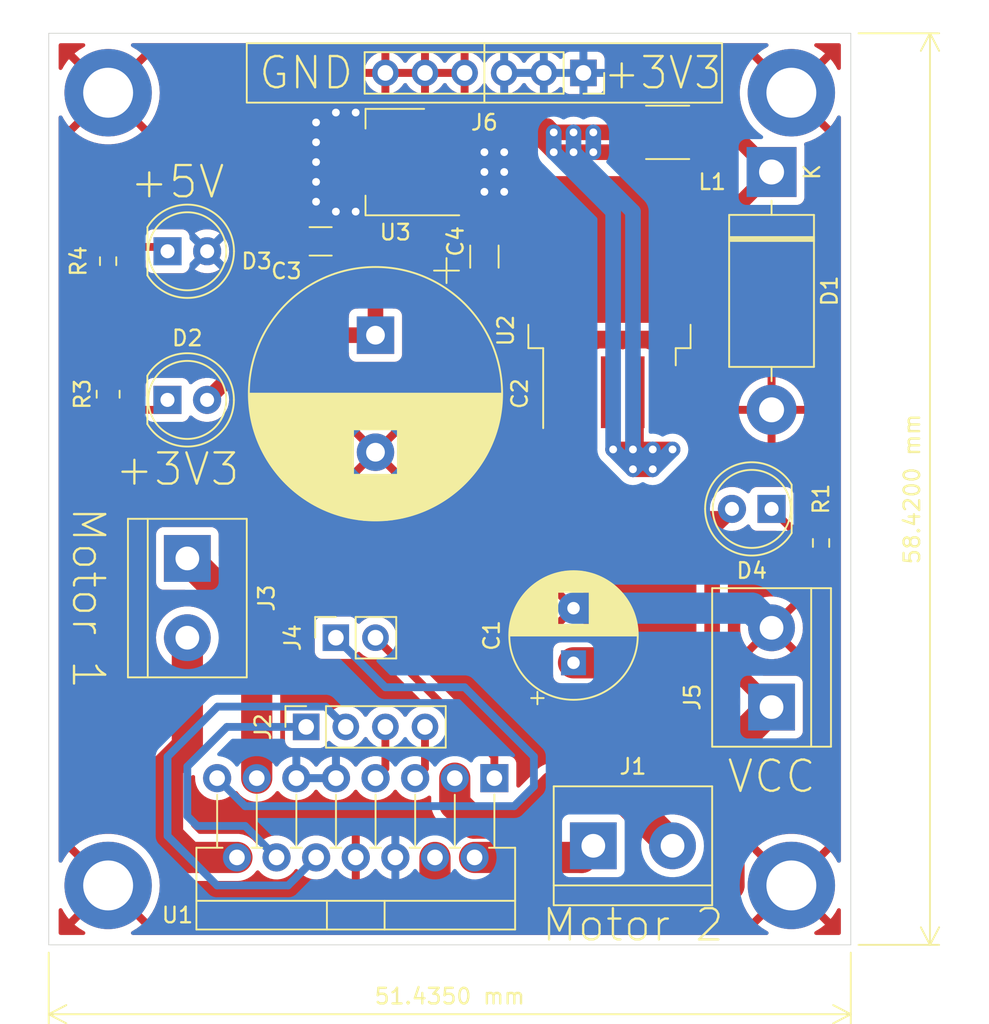
<source format=kicad_pcb>
(kicad_pcb (version 20211014) (generator pcbnew)
  (layers (0 "F.Cu" signal) (31 "B.Cu" signal) (34 "B.Paste" user) (35 "F.Paste" user) (36 "B.SilkS" user "B.Silkscreen") (37 "F.SilkS" user "F.Silkscreen") (38 "B.Mask" user) (39 "F.Mask" user) (44 "Edge.Cuts" user))
  (net 0 "")
  (net 1 "VCC")
  (net 2 "GND")
  (net 3 "+5F")
  (net 4 "+3V3")
  (net 5 "Net-(D1-Pad1)")
  (net 6 "Net-(D2-Pad1)")
  (net 7 "Net-(D3-Pad1)")
  (net 8 "Net-(D4-Pad1)")
  (net 9 "Net-(J1-Pad1)")
  (net 10 "Net-(J1-Pad2)")
  (net 11 "Net-(J2-Pad1)")
  (net 12 "Net-(J2-Pad2)")
  (net 13 "Net-(J2-Pad3)")
  (net 14 "Net-(J2-Pad4)")
  (net 15 "Net-(J3-Pad1)")
  (net 16 "Net-(J3-Pad2)")
  (net 17 "Net-(J4-Pad1)")
  (net 18 "Net-(J4-Pad2)")
  (footprint "Connector_PinSocket_2.54mm:PinSocket_1x02_P2.54mm_Vertical" (layer "F.Cu") (at 217.17 65.405 90)
    (fp_text reference "J4" (at 0 -2.77 90) (layer "F.SilkS"))
    (fp_text value "Conn_01x02")
    (pad "1" thru_hole rect (at 0 0 90) (size 1.7 1.7) (drill 1) (layers *.Cu *.Mask) (net 17 "Net-(J4-Pad1)"))
    (pad "2" thru_hole oval (at 0 2.54 90) (size 1.7 1.7) (drill 1) (layers *.Cu *.Mask) (net 18 "Net-(J4-Pad2)"))
  )
  (footprint "Capacitor_THT:CP_Radial_D8.0mm_P3.50mm" (layer "F.Cu") (at 232.41 67.012755 90)
    (fp_text reference "C1" (at 1.75 -5.25 90) (layer "F.SilkS"))
    (fp_text value "100u")
    (pad "1" thru_hole rect (at 0 0 90) (size 1.6 1.6) (drill 0.8) (layers *.Cu *.Mask) (net 1 "VCC"))
    (pad "2" thru_hole circle (at 3.5 0 90) (size 1.6 1.6) (drill 0.8) (layers *.Cu *.Mask) (net 2 "GND"))
  )
  (footprint "Resistor_SMD:R_0603_1608Metric_Pad0.98x0.95mm_HandSolder" (layer "F.Cu") (at 248.285 59.3325 -90)
    (fp_text reference "R1" (at -2.8175 0 -270) (layer "F.SilkS"))
    (fp_text value "100k")
    (pad "1" smd roundrect (at -0.9125 0 270) (size 0.975 0.95) (layers "F.Cu" "F.Paste" "F.Mask") (net 8 "Net-(D4-Pad1)"))
    (pad "2" smd roundrect (at 0.9125 0 270) (size 0.975 0.95) (layers "F.Cu" "F.Paste" "F.Mask") (net 2 "GND"))
  )
  (footprint "Capacitor_THT:CP_Radial_D16.0mm_P7.50mm" (layer "F.Cu") (at 219.71 46.017246 -90)
    (fp_text reference "C2" (at 3.75 -9.25 90) (layer "F.SilkS"))
    (fp_text value "1000u")
    (pad "1" thru_hole rect (at 0 0 270) (size 2.4 2.4) (drill 1.2) (layers *.Cu *.Mask) (net 3 "+5F"))
    (pad "2" thru_hole circle (at 7.5 0 270) (size 2.4 2.4) (drill 1.2) (layers *.Cu *.Mask) (net 2 "GND"))
  )
  (footprint "LED_THT:LED_D5.0mm" (layer "F.Cu") (at 245.11 57.15 180)
    (fp_text reference "D4" (at 1.27 -3.96) (layer "F.SilkS"))
    (fp_text value "LED")
    (pad "1" thru_hole rect (at 0 0 180) (size 1.8 1.8) (drill 0.9) (layers *.Cu *.Mask) (net 8 "Net-(D4-Pad1)"))
    (pad "2" thru_hole circle (at 2.54 0 180) (size 1.8 1.8) (drill 0.9) (layers *.Cu *.Mask) (net 1 "VCC"))
  )
  (footprint "MountingHole:MountingHole_3.2mm_M3_DIN965_Pad_TopBottom" (layer "F.Cu") (at 246.38 30.48)
    (fp_text reference "H3" hide)
    (fp_text value "MountingHole_Pad")
    (pad "1" thru_hole circle (at 0 0) (size 3.6 3.6) (drill 3.2) (layers *.Cu *.Mask) (net 2 "GND"))
    (pad "1" connect circle (at 0 0) (size 5.6 5.6) (layers "B.Cu" "B.Mask") (net 2 "GND"))
    (pad "1" connect circle (at 0 0) (size 5.6 5.6) (layers "F.Cu" "F.Mask") (net 2 "GND"))
  )
  (footprint "Connector_PinSocket_2.54mm:PinSocket_1x06_P2.54mm_Vertical" (layer "F.Cu") (at 233.045 29.21 -90)
    (fp_text reference "J6" (at 3.175 6.35 180) (layer "F.SilkS"))
    (fp_text value "Conn_01x06")
    (pad "1" thru_hole rect (at 0 0 270) (size 1.7 1.7) (drill 1) (layers *.Cu *.Mask) (net 4 "+3V3"))
    (pad "2" thru_hole oval (at 0 2.54 270) (size 1.7 1.7) (drill 1) (layers *.Cu *.Mask) (net 4 "+3V3"))
    (pad "3" thru_hole oval (at 0 5.08 270) (size 1.7 1.7) (drill 1) (layers *.Cu *.Mask) (net 4 "+3V3"))
    (pad "4" thru_hole oval (at 0 7.62 270) (size 1.7 1.7) (drill 1) (layers *.Cu *.Mask) (net 2 "GND"))
    (pad "5" thru_hole oval (at 0 10.16 270) (size 1.7 1.7) (drill 1) (layers *.Cu *.Mask) (net 2 "GND"))
    (pad "6" thru_hole oval (at 0 12.7 270) (size 1.7 1.7) (drill 1) (layers *.Cu *.Mask) (net 2 "GND"))
  )
  (footprint "TerminalBlock:TerminalBlock_bornier-2_P5.08mm" (layer "F.Cu") (at 207.645 60.325 -90)
    (fp_text reference "J3" (at 2.54 -5.08 -270) (layer "F.SilkS"))
    (fp_text value "Screw_Terminal_01x02")
    (pad "1" thru_hole rect (at 0 0 270) (size 3 3) (drill 1.52) (layers *.Cu *.Mask) (net 15 "Net-(J3-Pad1)"))
    (pad "2" thru_hole circle (at 5.08 0 270) (size 3 3) (drill 1.52) (layers *.Cu *.Mask) (net 16 "Net-(J3-Pad2)"))
  )
  (footprint "MountingHole:MountingHole_3.2mm_M3_DIN965_Pad_TopBottom" (layer "F.Cu") (at 246.38 81.28)
    (fp_text reference "H1" hide)
    (fp_text value "MountingHole_Pad")
    (pad "1" connect circle (at 0 0) (size 5.6 5.6) (layers "F.Cu" "F.Mask") (net 2 "GND"))
    (pad "1" connect circle (at 0 0) (size 5.6 5.6) (layers "B.Cu" "B.Mask") (net 2 "GND"))
    (pad "1" thru_hole circle (at 0 0) (size 3.6 3.6) (drill 3.2) (layers *.Cu *.Mask) (net 2 "GND"))
  )
  (footprint "Resistor_SMD:R_0805_2012Metric_Pad1.20x1.40mm_HandSolder" (layer "F.Cu") (at 202.565 49.8 90)
    (fp_text reference "R3" (at 0 -1.65 90) (layer "F.SilkS"))
    (fp_text value "100k")
    (pad "1" smd roundrect (at -1 0 90) (size 1.2 1.4) (layers "F.Cu" "F.Paste" "F.Mask") (roundrect_rratio 0.2083333333) (net 6 "Net-(D2-Pad1)"))
    (pad "2" smd roundrect (at 1 0 90) (size 1.2 1.4) (layers "F.Cu" "F.Paste" "F.Mask") (roundrect_rratio 0.2083333333) (net 2 "GND"))
  )
  (footprint "LED_THT:LED_D5.0mm" (layer "F.Cu") (at 206.375 40.64)
    (fp_text reference "D3" (at 5.715 0.635) (layer "F.SilkS"))
    (fp_text value "LED")
    (pad "1" thru_hole rect (at 0 0) (size 1.8 1.8) (drill 0.9) (layers *.Cu *.Mask) (net 7 "Net-(D3-Pad1)"))
    (pad "2" thru_hole circle (at 2.54 0) (size 1.8 1.8) (drill 0.9) (layers *.Cu *.Mask) (net 4 "+3V3"))
  )
  (footprint "TerminalBlock:TerminalBlock_bornier-2_P5.08mm" (layer "F.Cu") (at 233.68 78.74)
    (fp_text reference "J1" (at 2.54 -5.08) (layer "F.SilkS"))
    (fp_text value "Screw_Terminal_01x02")
    (pad "1" thru_hole rect (at 0 0) (size 3 3) (drill 1.52) (layers *.Cu *.Mask) (net 9 "Net-(J1-Pad1)"))
    (pad "2" thru_hole circle (at 5.08 0) (size 3 3) (drill 1.52) (layers *.Cu *.Mask) (net 10 "Net-(J1-Pad2)"))
  )
  (footprint "Connector_PinSocket_2.54mm:PinSocket_1x04_P2.54mm_Vertical" (layer "F.Cu") (at 215.265 71.12 90)
    (fp_text reference "J2" (at 0 -2.77 90) (layer "F.SilkS"))
    (fp_text value "Conn_01x04")
    (pad "1" thru_hole rect (at 0 0 90) (size 1.7 1.7) (drill 1) (layers *.Cu *.Mask) (net 11 "Net-(J2-Pad1)"))
    (pad "2" thru_hole oval (at 0 2.54 90) (size 1.7 1.7) (drill 1) (layers *.Cu *.Mask) (net 12 "Net-(J2-Pad2)"))
    (pad "3" thru_hole oval (at 0 5.08 90) (size 1.7 1.7) (drill 1) (layers *.Cu *.Mask) (net 13 "Net-(J2-Pad3)"))
    (pad "4" thru_hole oval (at 0 7.62 90) (size 1.7 1.7) (drill 1) (layers *.Cu *.Mask) (net 14 "Net-(J2-Pad4)"))
  )
  (footprint "Package_TO_SOT_THT:TO-220-15_P2.54x2.54mm_StaggerOdd_Lead4.58mm_Vertical" (layer "F.Cu") (at 227.335 74.405 180)
    (fp_text reference "U1" (at 20.325 -8.78) (layer "F.SilkS"))
    (fp_text value "L298HN")
    (pad "1" thru_hole rect (at 0 0 180) (size 1.8 1.8) (drill 1) (layers *.Cu *.Mask) (net 18 "Net-(J4-Pad2)"))
    (pad "2" thru_hole oval (at 1.27 -5.08 180) (size 1.8 1.8) (drill 1) (layers *.Cu *.Mask) (net 9 "Net-(J1-Pad1)"))
    (pad "3" thru_hole oval (at 2.54 0 180) (size 1.8 1.8) (drill 1) (layers *.Cu *.Mask) (net 10 "Net-(J1-Pad2)"))
    (pad "4" thru_hole oval (at 3.81 -5.08 180) (size 1.8 1.8) (drill 1) (layers *.Cu *.Mask) (net 1 "VCC"))
    (pad "5" thru_hole oval (at 5.08 0 180) (size 1.8 1.8) (drill 1) (layers *.Cu *.Mask) (net 14 "Net-(J2-Pad4)"))
    (pad "6" thru_hole oval (at 6.35 -5.08 180) (size 1.8 1.8) (drill 1) (layers *.Cu *.Mask) (net 4 "+3V3"))
    (pad "7" thru_hole oval (at 7.62 0 180) (size 1.8 1.8) (drill 1) (layers *.Cu *.Mask) (net 13 "Net-(J2-Pad3)"))
    (pad "8" thru_hole oval (at 8.89 -5.08 180) (size 1.8 1.8) (drill 1) (layers *.Cu *.Mask) (net 2 "GND"))
    (pad "9" thru_hole oval (at 10.16 0 180) (size 1.8 1.8) (drill 1) (layers *.Cu *.Mask) (net 4 "+3V3"))
    (pad "10" thru_hole oval (at 11.43 -5.08 180) (size 1.8 1.8) (drill 1) (layers *.Cu *.Mask) (net 12 "Net-(J2-Pad2)"))
    (pad "11" thru_hole oval (at 12.7 0 180) (size 1.8 1.8) (drill 1) (layers *.Cu *.Mask) (net 4 "+3V3"))
    (pad "12" thru_hole oval (at 13.97 -5.08 180) (size 1.8 1.8) (drill 1) (layers *.Cu *.Mask) (net 11 "Net-(J2-Pad1)"))
    (pad "13" thru_hole oval (at 15.24 0 180) (size 1.8 1.8) (drill 1) (layers *.Cu *.Mask) (net 15 "Net-(J3-Pad1)"))
    (pad "14" thru_hole oval (at 16.51 -5.08 180) (size 1.8 1.8) (drill 1) (layers *.Cu *.Mask) (net 16 "Net-(J3-Pad2)"))
    (pad "15" thru_hole oval (at 17.78 0 180) (size 1.8 1.8) (drill 1) (layers *.Cu *.Mask) (net 17 "Net-(J4-Pad1)"))
  )
  (footprint "Diode_THT:D_DO-201AD_P15.24mm_Horizontal" (layer "F.Cu") (at 245.11 35.56 -90)
    (fp_text reference "D1" (at 7.62 -3.72 90) (layer "F.SilkS"))
    (fp_text value "1N5822")
    (fp_text user "K" (at 0 -2.6 90) (layer "F.SilkS"))
    (pad "1" thru_hole rect (at 0 0 270) (size 3.2 3.2) (drill 1.6) (layers *.Cu *.Mask) (net 5 "Net-(D1-Pad1)"))
    (pad "2" thru_hole oval (at 15.24 0 270) (size 3.2 3.2) (drill 1.6) (layers *.Cu *.Mask) (net 2 "GND"))
  )
  (footprint "Package_TO_SOT_SMD:SOT-223-3_TabPin2" (layer "F.Cu") (at 220.98 34.925 180)
    (fp_text reference "U3" (at 0 -4.5) (layer "F.SilkS"))
    (fp_text value "NCP1117-3.3_SOT223")
    (pad "1" smd rect (at -3.15 -2.3 180) (size 2 1.5) (layers "F.Cu" "F.Paste" "F.Mask") (net 2 "GND"))
    (pad "2" smd rect (at 3.15 0 180) (size 2 3.8) (layers "F.Cu" "F.Paste" "F.Mask") (net 4 "+3V3"))
    (pad "2" smd rect (at -3.15 0 180) (size 2 1.5) (layers "F.Cu" "F.Paste" "F.Mask") (net 4 "+3V3"))
    (pad "3" smd rect (at -3.15 2.3 180) (size 2 1.5) (layers "F.Cu" "F.Paste" "F.Mask") (net 3 "+5F"))
  )
  (footprint "Package_TO_SOT_SMD:TO-263-5_TabPin3" (layer "F.Cu") (at 234.715 43.9 90)
    (fp_text reference "U2" (at -1.82 -6.65 90) (layer "F.SilkS"))
    (fp_text value "LM2576HVS-5")
    (pad "1" smd rect (at -5.775 -3.4 90) (size 4.6 1.1) (layers "F.Cu" "F.Paste" "F.Mask") (net 1 "VCC"))
    (pad "2" smd rect (at -5.775 -1.7 90) (size 4.6 1.1) (layers "F.Cu" "F.Paste" "F.Mask") (net 5 "Net-(D1-Pad1)"))
    (pad "3" smd rect (at 3.375 0 90) (size 9.4 10.8) (layers "F.Cu" "F.Mask") (net 2 "GND"))
    (pad "3" smd rect (at -5.775 0 90) (size 4.6 1.1) (layers "F.Cu" "F.Paste" "F.Mask") (net 2 "GND"))
    (pad "4" smd rect (at -5.775 1.7 90) (size 4.6 1.1) (layers "F.Cu" "F.Paste" "F.Mask") (net 3 "+5F"))
    (pad "5" smd rect (at -5.775 3.4 90) (size 4.6 1.1) (layers "F.Cu" "F.Paste" "F.Mask") (net 2 "GND"))
  )
  (footprint "MountingHole:MountingHole_3.2mm_M3_DIN965_Pad_TopBottom" (layer "F.Cu") (at 202.565 81.28)
    (fp_text reference "H4" hide)
    (fp_text value "MountingHole_Pad")
    (pad "1" connect circle (at 0 0) (size 5.6 5.6) (layers "B.Cu" "B.Mask") (net 2 "GND"))
    (pad "1" thru_hole circle (at 0 0) (size 3.6 3.6) (drill 3.2) (layers *.Cu *.Mask) (net 2 "GND"))
    (pad "1" connect circle (at 0 0) (size 5.6 5.6) (layers "F.Cu" "F.Mask") (net 2 "GND"))
  )
  (footprint "MountingHole:MountingHole_3.2mm_M3_DIN965_Pad_TopBottom" (layer "F.Cu") (at 202.565 30.48)
    (fp_text reference "H2" hide)
    (fp_text value "MountingHole_Pad")
    (pad "1" thru_hole circle (at 0 0) (size 3.6 3.6) (drill 3.2) (layers *.Cu *.Mask) (net 2 "GND"))
    (pad "1" connect circle (at 0 0) (size 5.6 5.6) (layers "F.Cu" "F.Mask") (net 2 "GND"))
    (pad "1" connect circle (at 0 0) (size 5.6 5.6) (layers "B.Cu" "B.Mask") (net 2 "GND"))
  )
  (footprint "TerminalBlock:TerminalBlock_bornier-2_P5.08mm" (layer "F.Cu") (at 245.11 69.85 90)
    (fp_text reference "J5" (at 0.635 -5.08 90) (layer "F.SilkS"))
    (fp_text value "Screw_Terminal_01x02")
    (pad "1" thru_hole rect (at 0 0 90) (size 3 3) (drill 1.52) (layers *.Cu *.Mask) (net 1 "VCC"))
    (pad "2" thru_hole circle (at 5.08 0 90) (size 3 3) (drill 1.52) (layers *.Cu *.Mask) (net 2 "GND"))
  )
  (footprint "Inductor_SMD:L_1812_4532Metric_Pad1.30x3.40mm_HandSolder" (layer "F.Cu") (at 238.445 33.02 180)
    (fp_text reference "L1" (at -2.855 -3.175) (layer "F.SilkS"))
    (fp_text value "100u")
    (pad "1" smd roundrect (at -2.225 0 180) (size 1.3 3.4) (layers "F.Cu" "F.Paste" "F.Mask") (roundrect_rratio 0.1923076923) (net 5 "Net-(D1-Pad1)"))
    (pad "2" smd roundrect (at 2.225 0 180) (size 1.3 3.4) (layers "F.Cu" "F.Paste" "F.Mask") (roundrect_rratio 0.1923076923) (net 3 "+5F"))
  )
  (footprint "Capacitor_SMD:C_1206_3216Metric_Pad1.33x1.80mm_HandSolder" (layer "F.Cu") (at 216.1925 40.005 180)
    (fp_text reference "C3" (at 2.1975 -1.905) (layer "F.SilkS"))
    (fp_text value "10u")
    (pad "1" smd roundrect (at -1.5625 0 180) (size 1.325 1.8) (layers "F.Cu" "F.Paste" "F.Mask") (roundrect_rratio 0.1886792453) (net 4 "+3V3"))
    (pad "2" smd roundrect (at 1.5625 0 180) (size 1.325 1.8) (layers "F.Cu" "F.Paste" "F.Mask") (roundrect_rratio 0.1886792453) (net 2 "GND"))
  )
  (footprint "Capacitor_SMD:C_1206_3216Metric_Pad1.33x1.80mm_HandSolder" (layer "F.Cu") (at 226.695 40.9825 90)
    (fp_text reference "C4" (at 0.9775 -1.85 90) (layer "F.SilkS"))
    (fp_text value "10u")
    (pad "1" smd roundrect (at -1.5625 0 90) (size 1.325 1.8) (layers "F.Cu" "F.Paste" "F.Mask") (roundrect_rratio 0.1886792453) (net 3 "+5F"))
    (pad "2" smd roundrect (at 1.5625 0 90) (size 1.325 1.8) (layers "F.Cu" "F.Paste" "F.Mask") (roundrect_rratio 0.1886792453) (net 2 "GND"))
  )
  (footprint "Resistor_SMD:R_0603_1608Metric_Pad0.98x0.95mm_HandSolder" (layer "F.Cu") (at 202.565 41.275 -90)
    (fp_text reference "R4" (at 0 1.905 90) (layer "F.SilkS"))
    (fp_text value "200k")
    (pad "1" smd roundrect (at -0.9125 0 270) (size 0.975 0.95) (layers "F.Cu" "F.Paste" "F.Mask") (net 7 "Net-(D3-Pad1)"))
    (pad "2" smd roundrect (at 0.9125 0 270) (size 0.975 0.95) (layers "F.Cu" "F.Paste" "F.Mask") (net 2 "GND"))
  )
  (footprint "LED_THT:LED_D5.0mm" (layer "F.Cu") (at 206.37 50.165)
    (fp_text reference "D2" (at 1.27 -3.96) (layer "F.SilkS"))
    (fp_text value "LED")
    (pad "1" thru_hole rect (at 0 0) (size 1.8 1.8) (drill 0.9) (layers *.Cu *.Mask) (net 6 "Net-(D2-Pad1)"))
    (pad "2" thru_hole circle (at 2.54 0) (size 1.8 1.8) (drill 0.9) (layers *.Cu *.Mask) (net 3 "+5F"))
  )
  (gr_rect (start 211.455 27.305) (end 226.695 31.115) (layer "F.SilkS") (width 0.12) (fill none))
  (gr_rect (start 226.695 27.305) (end 241.935 31.115) (layer "F.SilkS") (width 0.12) (fill none))
  (gr_line (start 198.755 26.67) (end 198.755 85.09) (layer "Edge.Cuts") (width 0.05))
  (gr_line (start 198.755 85.09) (end 250.19 85.09) (layer "Edge.Cuts") (width 0.05))
  (gr_line (start 250.19 85.09) (end 250.19 26.67) (layer "Edge.Cuts") (width 0.05))
  (gr_line (start 250.19 26.67) (end 198.755 26.67) (layer "Edge.Cuts") (width 0.05))
  (gr_text "+3V3" (at 207.01 54.61) (layer "F.SilkS") (effects (font (size 2 2))))
  (gr_text "+3V3" (at 238.125 29.21) (layer "F.SilkS") (effects (font (size 2 1.9))))
  (gr_text "VCC" (at 245.11 74.295) (layer "F.SilkS") (effects (font (size 2 2))))
  (gr_text "Motor 2" (at 236.22 83.82) (layer "F.SilkS") (effects (font (size 2 2))))
  (gr_text "Motor 1" (at 201.295 62.865 270) (layer "F.SilkS") (effects (font (size 2 2))))
  (gr_text "+5V" (at 207.01 36.195) (layer "F.SilkS") (effects (font (size 2 2))))
  (gr_text "GND" (at 215.265 29.21) (layer "F.SilkS") (effects (font (size 2 2))))
  (dimension (type aligned) (layer "F.SilkS") (pts (xy 250.19 26.67) (xy 250.19 85.09)) (height -5.08) (gr_text "58.4200 mm" (at 254.12 55.88 90) (layer "F.SilkS") (effects (font (size 1 1) (thickness 0.15)))) (format (units 3) (units_format 1) (precision 4)) (style (thickness 0.12) (arrow_length 1.27) (text_position_mode 0) (extension_height 0.58642) (extension_offset 0.5) keep_text_aligned))
  (dimension (type aligned) (layer "F.SilkS") (pts (xy 198.755 85.09) (xy 250.19 85.09)) (height 4.444999) (gr_text "51.4350 mm" (at 224.4725 88.384999) (layer "F.SilkS") (effects (font (size 1 1) (thickness 0.15)))) (format (units 3) (units_format 1) (precision 4)) (style (thickness 0.12) (arrow_length 1.27) (text_position_mode 0) (extension_height 0.58642) (extension_offset 0.5) keep_text_aligned))
  (segment (start 231.315 49.675) (end 231.315 54.785) (width 1) (layer "F.Cu") (net 1))
  (segment (start 241.3 66.04) (end 245.11 69.85) (width 1) (layer "F.Cu") (net 1))
  (segment (start 224.79 82.55) (end 223.525 81.285) (width 2) (layer "F.Cu") (net 1))
  (segment (start 231.315 54.785) (end 234.315 57.785) (width 1) (layer "F.Cu") (net 1))
  (segment (start 232.41 67.012755) (end 236.812755 67.012755) (width 2) (layer "F.Cu") (net 1))
  (segment (start 242.38 72.58) (end 242.38 81.28) (width 2) (layer "F.Cu") (net 1))
  (segment (start 241.3 58.42) (end 242.57 57.15) (width 1) (layer "F.Cu") (net 1))
  (segment (start 234.315 57.785) (end 241.935 57.785) (width 1) (layer "F.Cu") (net 1))
  (segment (start 241.11 82.55) (end 224.79 82.55) (width 2) (layer "F.Cu") (net 1))
  (segment (start 241.935 57.785) (end 242.57 57.15) (width 1) (layer "F.Cu") (net 1))
  (segment (start 223.525 81.285) (end 223.525 79.485) (width 2) (layer "F.Cu") (net 1))
  (segment (start 236.812755 67.012755) (end 242.38 72.58) (width 2) (layer "F.Cu") (net 1))
  (segment (start 241.3 66.04) (end 241.3 58.42) (width 1) (layer "F.Cu") (net 1))
  (segment (start 245.11 69.85) (end 242.38 72.58) (width 2) (layer "F.Cu") (net 1))
  (segment (start 242.38 81.28) (end 241.11 82.55) (width 2) (layer "F.Cu") (net 1))
  (segment (start 243.852755 63.512755) (end 245.11 64.77) (width 2) (layer "B.Cu") (net 2))
  (segment (start 232.41 63.512755) (end 243.852755 63.512755) (width 2) (layer "B.Cu") (net 2))
  (segment (start 233.68 34.29) (end 234.95 34.29) (width 1) (layer "F.Cu") (net 3))
  (segment (start 221.615 42.545) (end 226.695 42.545) (width 1) (layer "F.Cu") (net 3))
  (segment (start 237.49 54.61) (end 236.22 54.61) (width 1) (layer "F.Cu") (net 3))
  (segment (start 220.98 41.91) (end 220.98 34.925) (width 1) (layer "F.Cu") (net 3))
  (segment (start 236.415 53.145) (end 236.22 53.34) (width 1) (layer "F.Cu") (net 3))
  (segment (start 234.95 34.29) (end 236.22 33.02) (width 1) (layer "F.Cu") (net 3))
  (segment (start 231.14 34.29) (end 232.41 34.29) (width 1) (layer "F.Cu") (net 3))
  (segment (start 234.95 53.34) (end 236.22 53.34) (width 1) (layer "F.Cu") (net 3))
  (segment (start 232.41 33.02) (end 231.14 33.02) (width 1) (layer "F.Cu") (net 3))
  (segment (start 237.49 53.34) (end 238.76 53.34) (width 1) (layer "F.Cu") (net 3))
  (segment (start 236.415 49.675) (end 236.415 53.145) (width 1) (layer "F.Cu") (net 3))
  (segment (start 219.71 46.017246) (end 213.057754 46.017246) (width 1) (layer "F.Cu") (net 3))
  (segment (start 235.585 33.655) (end 236.22 33.02) (width 1) (layer "F.Cu") (net 3))
  (segment (start 219.71 46.017246) (end 219.71 43.18) (width 1) (layer "F.Cu") (net 3))
  (segment (start 229.475 32.625) (end 231.14 34.29) (width 1) (layer "F.Cu") (net 3))
  (segment (start 232.41 34.29) (end 233.68 34.29) (width 1) (layer "F.Cu") (net 3))
  (segment (start 213.057754 46.017246) (end 208.91 50.165) (width 1) (layer "F.Cu") (net 3))
  (segment (start 219.71 43.18) (end 220.98 41.91) (width 1) (layer "F.Cu") (net 3))
  (segment (start 224.13 32.625) (end 229.475 32.625) (width 1) (layer "F.Cu") (net 3))
  (segment (start 224.13 32.625) (end 230.745 32.625) (width 1) (layer "F.Cu") (net 3))
  (segment (start 220.98 34.925) (end 223.28 32.625) (width 1) (layer "F.Cu") (net 3))
  (segment (start 223.28 32.625) (end 224.13 32.625) (width 1) (layer "F.Cu") (net 3))
  (segment (start 220.98 41.91) (end 221.615 42.545) (width 1) (layer "F.Cu") (net 3))
  (segment (start 233.68 33.02) (end 236.22 33.02) (width 1) (layer "F.Cu") (net 3))
  (segment (start 236.22 53.34) (end 237.49 53.34) (width 1) (layer "F.Cu") (net 3))
  (segment (start 230.745 32.625) (end 231.14 33.02) (width 1) (layer "F.Cu") (net 3))
  (segment (start 233.68 33.02) (end 232.41 33.02) (width 1) (layer "F.Cu") (net 3))
  (via (at 232.41 34.29) (size 1) (drill 0.5) (layers "F.Cu" "B.Cu") (net 3))
  (via (at 234.95 53.34) (size 1) (drill 0.5) (layers "F.Cu" "B.Cu") (net 3))
  (via (at 237.49 53.34) (size 1) (drill 0.5) (layers "F.Cu" "B.Cu") (net 3))
  (via (at 232.41 33.02) (size 1) (drill 0.5) (layers "F.Cu" "B.Cu") (net 3))
  (via (at 236.22 53.34) (size 1) (drill 0.5) (layers "F.Cu" "B.Cu") (net 3))
  (via (at 231.14 34.29) (size 1) (drill 0.5) (layers "F.Cu" "B.Cu") (net 3))
  (via (at 231.14 33.02) (size 1) (drill 0.5) (layers "F.Cu" "B.Cu") (net 3))
  (via (at 233.68 34.29) (size 1) (drill 0.5) (layers "F.Cu" "B.Cu") (net 3))
  (via (at 237.49 54.61) (size 1) (drill 0.5) (layers "F.Cu" "B.Cu") (net 3))
  (via (at 236.22 54.61) (size 1) (drill 0.5) (layers "F.Cu" "B.Cu") (net 3))
  (via (at 233.68 33.02) (size 1) (drill 0.5) (layers "F.Cu" "B.Cu") (net 3))
  (via (at 238.76 53.34) (size 1) (drill 0.5) (layers "F.Cu" "B.Cu") (net 3))
  (segment (start 237.49 53.34) (end 237.49 54.61) (width 1) (layer "B.Cu") (net 3))
  (segment (start 237.49 54.61) (end 236.22 53.34) (width 1) (layer "B.Cu") (net 3))
  (segment (start 236.22 54.61) (end 237.49 53.34) (width 1) (layer "B.Cu") (net 3))
  (segment (start 232.41 33.02) (end 232.41 34.29) (width 1) (layer "B.Cu") (net 3))
  (segment (start 234.95 38.1) (end 234.95 53.34) (width 1) (layer "B.Cu") (net 3))
  (segment (start 236.22 53.34) (end 236.22 54.61) (width 1) (layer "B.Cu") (net 3))
  (segment (start 232.41 34.29) (end 236.22 38.1) (width 1) (layer "B.Cu") (net 3))
  (segment (start 234.95 53.34) (end 236.22 54.61) (width 1) (layer "B.Cu") (net 3))
  (segment (start 233.68 33.02) (end 233.68 34.29) (width 1) (layer "B.Cu") (net 3))
  (segment (start 231.14 34.29) (end 234.95 38.1) (width 1) (layer "B.Cu") (net 3))
  (segment (start 236.22 38.1) (end 236.22 53.34) (width 1) (layer "B.Cu") (net 3))
  (segment (start 231.14 33.02) (end 231.14 34.29) (width 1) (layer "B.Cu") (net 3))
  (segment (start 238.76 53.34) (end 237.49 54.61) (width 1) (layer "B.Cu") (net 3))
  (segment (start 215.9 32.995) (end 217.83 34.925) (width 0.5) (layer "F.Cu") (net 4))
  (segment (start 215.9 36.855) (end 217.83 34.925) (width 0.5) (layer "F.Cu") (net 4))
  (segment (start 217.17 34.265) (end 217.83 34.925) (width 0.5) (layer "F.Cu") (net 4))
  (segment (start 226.695 35.56) (end 227.965 34.29) (width 0.5) (layer "F.Cu") (net 4))
  (segment (start 217.17 31.75) (end 217.17 34.265) (width 0.5) (layer "F.Cu") (net 4))
  (segment (start 215.9 34.925) (end 215.9 36.195) (width 0.5) (layer "F.Cu") (net 4))
  (segment (start 215.9 32.385) (end 215.9 32.995) (width 0.5) (layer "F.Cu") (net 4))
  (segment (start 218.44 34.315) (end 217.83 34.925) (width 0.5) (layer "F.Cu") (net 4))
  (segment (start 216.535 31.75) (end 215.9 32.385) (width 0.5) (layer "F.Cu") (net 4))
  (segment (start 226.695 35.56) (end 226.695 36.83) (width 0.5) (layer "F.Cu") (net 4))
  (segment (start 216.56 33.655) (end 217.83 34.925) (width 0.5) (layer "F.Cu") (net 4))
  (segment (start 218.44 38.1) (end 218.44 35.535) (width 0.5) (layer "F.Cu") (net 4))
  (segment (start 227.965 35.56) (end 227.965 34.29) (width 0.5) (layer "F.Cu") (net 4))
  (segment (start 226.695 35.56) (end 227.965 36.83) (width 0.5) (layer "F.Cu") (net 4))
  (segment (start 226.695 34.29) (end 227.965 35.56) (width 0.5) (layer "F.Cu") (net 4))
  (segment (start 218.44 35.535) (end 217.83 34.925) (width 0.5) (layer "F.Cu") (net 4))
  (segment (start 218.44 31.75) (end 218.44 34.315) (width 0.5) (layer "F.Cu") (net 4))
  (segment (start 217.17 38.1) (end 217.17 35.585) (width 0.5) (layer "F.Cu") (net 4))
  (segment (start 215.9 37.465) (end 216.535 37.465) (width 0.5) (layer "F.Cu") (net 4))
  (segment (start 216.535 37.465) (end 217.17 38.1) (width 0.5) (layer "F.Cu") (net 4))
  (segment (start 215.9 36.195) (end 215.9 37.465) (width 0.5) (layer "F.Cu") (net 4))
  (segment (start 226.695 34.29) (end 224.765 34.29) (width 0.5) (layer "F.Cu") (net 4))
  (segment (start 227.965 35.56) (end 227.965 36.83) (width 0.5) (layer "F.Cu") (net 4))
  (segment (start 215.9 37.465) (end 215.9 36.855) (width 0.5) (layer "F.Cu") (net 4))
  (segment (start 226.695 34.29) (end 226.695 35.56) (width 0.5) (layer "F.Cu") (net 4))
  (segment (start 218.44 31.75) (end 217.17 31.75) (width 0.5) (layer "F.Cu") (net 4))
  (segment (start 217.17 35.585) (end 217.83 34.925) (width 0.5) (layer "F.Cu") (net 4))
  (segment (start 227.965 34.29) (end 226.695 34.29) (width 0.5) (layer "F.Cu") (net 4))
  (segment (start 217.17 38.1) (end 218.44 38.1) (width 0.5) (layer "F.Cu") (net 4))
  (segment (start 215.9 33.655) (end 216.56 33.655) (width 0.5) (layer "F.Cu") (net 4))
  (segment (start 226.695 36.83) (end 227.965 36.83) (width 0.5) (layer "F.Cu") (net 4))
  (segment (start 216.56 36.195) (end 217.83 34.925) (width 0.5) (layer "F.Cu") (net 4))
  (segment (start 215.9 32.385) (end 215.9 33.655) (width 0.5) (layer "F.Cu") (net 4))
  (segment (start 217.755 40.005) (end 217.755 38.685) (width 1) (layer "F.Cu") (net 4))
  (segment (start 224.765 34.29) (end 224.13 34.925) (width 0.5) (layer "F.Cu") (net 4))
  (segment (start 215.9 36.195) (end 216.56 36.195) (width 0.5) (layer "F.Cu") (net 4))
  (segment (start 226.695 36.83) (end 227.965 35.56) (width 0.5) (layer "F.Cu") (net 4))
  (segment (start 215.9 34.925) (end 217.83 34.925) (width 0.5) (layer "F.Cu") (net 4))
  (segment (start 217.755 38.685) (end 217.17 38.1) (width 1) (layer "F.Cu") (net 4))
  (segment (start 215.9 33.655) (end 215.9 34.925) (width 0.5) (layer "F.Cu") (net 4))
  (segment (start 217.17 31.75) (end 216.535 31.75) (width 0.5) (layer "F.Cu") (net 4))
  (via (at 227.965 34.29) (size 1) (drill 0.5) (layers "F.Cu" "B.Cu") (net 4))
  (via (at 227.965 36.83) (size 1) (drill 0.5) (layers "F.Cu" "B.Cu") (net 4))
  (via (at 226.695 36.83) (size 1) (drill 0.5) (layers "F.Cu" "B.Cu") (net 4))
  (via (at 217.17 31.75) (size 1) (drill 0.5) (layers "F.Cu" "B.Cu") (net 4))
  (via (at 215.9 37.465) (size 1) (drill 0.5) (layers "F.Cu" "B.Cu") (net 4))
  (via (at 217.17 38.1) (size 1) (drill 0.5) (layers "F.Cu" "B.Cu") (net 4))
  (via (at 226.695 35.56) (size 1) (drill 0.5) (layers "F.Cu" "B.Cu") (net 4))
  (via (at 215.9 33.655) (size 1) (drill 0.5) (layers "F.Cu" "B.Cu") (net 4))
  (via (at 218.44 31.75) (size 1) (drill 0.5) (layers "F.Cu" "B.Cu") (net 4))
  (via (at 215.9 34.925) (size 1) (drill 0.5) (layers "F.Cu" "B.Cu") (net 4))
  (via (at 215.9 36.195) (size 1) (drill 0.5) (layers "F.Cu" "B.Cu") (net 4))
  (via (at 226.695 34.29) (size 1) (drill 0.5) (layers "F.Cu" "B.Cu") (net 4))
  (via (at 227.965 35.56) (size 1) (drill 0.5) (layers "F.Cu" "B.Cu") (net 4))
  (via (at 215.9 32.385) (size 1) (drill 0.5) (layers "F.Cu" "B.Cu") (net 4))
  (via (at 218.44 38.1) (size 1) (drill 0.5) (layers "F.Cu" "B.Cu") (net 4))
  (segment (start 245.11 35.56) (end 241.3 39.37) (width 1) (layer "F.Cu") (net 5))
  (segment (start 242.57 33.02) (end 240.67 33.02) (width 1) (layer "F.Cu") (net 5))
  (segment (start 238.125 56.515) (end 234.742056 56.515) (width 1) (layer "F.Cu") (net 5))
  (segment (start 234.742056 56.515) (end 233.015 54.787944) (width 1) (layer "F.Cu") (net 5))
  (segment (start 241.3 53.34) (end 238.125 56.515) (width 1) (layer "F.Cu") (net 5))
  (segment (start 233.015 54.787944) (end 233.015 49.675) (width 1) (layer "F.Cu") (net 5))
  (segment (start 241.3 39.37) (end 241.3 53.34) (width 1) (layer "F.Cu") (net 5))
  (segment (start 245.11 35.56) (end 242.57 33.02) (width 1) (layer "F.Cu") (net 5))
  (segment (start 205.735 50.8) (end 206.37 50.165) (width 0.5) (layer "F.Cu") (net 6))
  (segment (start 202.565 50.8) (end 205.735 50.8) (width 0.5) (layer "F.Cu") (net 6))
  (segment (start 202.565 40.3625) (end 206.0975 40.3625) (width 0.5) (layer "F.Cu") (net 7))
  (segment (start 206.0975 40.3625) (end 206.375 40.64) (width 0.5) (layer "F.Cu") (net 7))
  (segment (start 246.38 58.42) (end 245.11 57.15) (width 0.5) (layer "F.Cu") (net 8))
  (segment (start 248.285 58.42) (end 246.38 58.42) (width 0.5) (layer "F.Cu") (net 8))
  (segment (start 232.935 79.485) (end 233.68 78.74) (width 2) (layer "F.Cu") (net 9))
  (segment (start 226.065 79.485) (end 232.935 79.485) (width 2) (layer "F.Cu") (net 9))
  (segment (start 234.95 74.93) (end 238.76 78.74) (width 2) (layer "F.Cu") (net 10))
  (segment (start 226.015 77.285) (end 228.785 77.285) (width 2) (layer "F.Cu") (net 10))
  (segment (start 228.785 77.285) (end 231.14 74.93) (width 2) (layer "F.Cu") (net 10))
  (segment (start 224.795 76.065) (end 226.015 77.285) (width 2) (layer "F.Cu") (net 10))
  (segment (start 231.14 74.93) (end 234.95 74.93) (width 2) (layer "F.Cu") (net 10))
  (segment (start 224.795 74.405) (end 224.795 76.065) (width 2) (layer "F.Cu") (net 10))
  (segment (start 210.185 71.12) (end 215.265 71.12) (width 0.5) (layer "B.Cu") (net 11))
  (segment (start 207.645 73.66) (end 210.185 71.12) (width 0.5) (layer "B.Cu") (net 11))
  (segment (start 208.28 77.47) (end 207.645 76.835) (width 0.5) (layer "B.Cu") (net 11))
  (segment (start 207.645 76.835) (end 207.645 73.66) (width 0.5) (layer "B.Cu") (net 11))
  (segment (start 213.365 79.485) (end 211.35 77.47) (width 0.5) (layer "B.Cu") (net 11))
  (segment (start 211.35 77.47) (end 208.28 77.47) (width 0.5) (layer "B.Cu") (net 11))
  (segment (start 209.55 81.28) (end 214.11 81.28) (width 0.5) (layer "B.Cu") (net 12))
  (segment (start 217.805 71.12) (end 216.505 69.82) (width 0.5) (layer "B.Cu") (net 12))
  (segment (start 209.58 69.82) (end 206.375 73.025) (width 0.5) (layer "B.Cu") (net 12))
  (segment (start 206.375 78.105) (end 209.55 81.28) (width 0.5) (layer "B.Cu") (net 12))
  (segment (start 216.505 69.82) (end 209.58 69.82) (width 0.5) (layer "B.Cu") (net 12))
  (segment (start 214.11 81.28) (end 215.905 79.485) (width 0.5) (layer "B.Cu") (net 12))
  (segment (start 206.375 73.025) (end 206.375 78.105) (width 0.5) (layer "B.Cu") (net 12))
  (segment (start 220.345 73.775) (end 219.715 74.405) (width 0.5) (layer "F.Cu") (net 13))
  (segment (start 220.345 71.12) (end 220.345 73.775) (width 0.5) (layer "F.Cu") (net 13))
  (segment (start 222.885 73.775) (end 222.255 74.405) (width 0.5) (layer "F.Cu") (net 14))
  (segment (start 222.885 71.12) (end 222.885 73.775) (width 0.5) (layer "F.Cu") (net 14))
  (segment (start 207.645 60.325) (end 212.095 64.775) (width 2) (layer "F.Cu") (net 15))
  (segment (start 212.095 64.775) (end 212.095 74.405) (width 2) (layer "F.Cu") (net 15))
  (segment (start 206.375 78.105) (end 207.755 79.485) (width 2) (layer "F.Cu") (net 16))
  (segment (start 207.755 79.485) (end 210.825 79.485) (width 2) (layer "F.Cu") (net 16))
  (segment (start 207.645 72.39) (end 206.375 73.66) (width 2) (layer "F.Cu") (net 16))
  (segment (start 206.375 73.66) (end 206.375 78.105) (width 2) (layer "F.Cu") (net 16))
  (segment (start 207.645 65.405) (end 207.645 72.39) (width 2) (layer "F.Cu") (net 16))
  (segment (start 225.425 68.58) (end 229.87 73.025) (width 0.5) (layer "B.Cu") (net 17))
  (segment (start 211.35 76.2) (end 228.6 76.2) (width 0.5) (layer "B.Cu") (net 17))
  (segment (start 220.345 68.58) (end 225.425 68.58) (width 0.5) (layer "B.Cu") (net 17))
  (segment (start 217.17 65.405) (end 220.345 68.58) (width 0.5) (layer "B.Cu") (net 17))
  (segment (start 228.6 76.2) (end 229.87 74.93) (width 0.5) (layer "B.Cu") (net 17))
  (segment (start 229.87 74.93) (end 229.87 73.025) (width 0.5) (layer "B.Cu") (net 17))
  (segment (start 211.35 76.2) (end 209.555 74.405) (width 0.5) (layer "B.Cu") (net 17))
  (segment (start 227.335 73.03) (end 227.335 74.405) (width 0.5) (layer "F.Cu") (net 18))
  (segment (start 219.71 65.405) (end 227.335 73.03) (width 0.5) (layer "F.Cu") (net 18))
  (zone (net 2) (net_name "GND") (layer "F.Cu") (connect_pads (clearance 0.508)) (min_thickness 0.254) (fill yes (thermal_gap 0.508) (thermal_bridge_width 0.508))
    (polygon (pts (xy 249.555 84.455) (xy 199.39 84.455) (xy 199.39 27.305) (xy 249.555 27.305)))
  )
  (zone (net 4) (net_name "+3V3") (layer "B.Cu") (connect_pads (clearance 0.508)) (min_thickness 0.254) (fill yes (thermal_gap 0.508) (thermal_bridge_width 0.508))
    (polygon (pts (xy 249.555 84.455) (xy 199.39 84.455) (xy 199.39 27.305) (xy 249.555 27.305)))
  )
)
</source>
